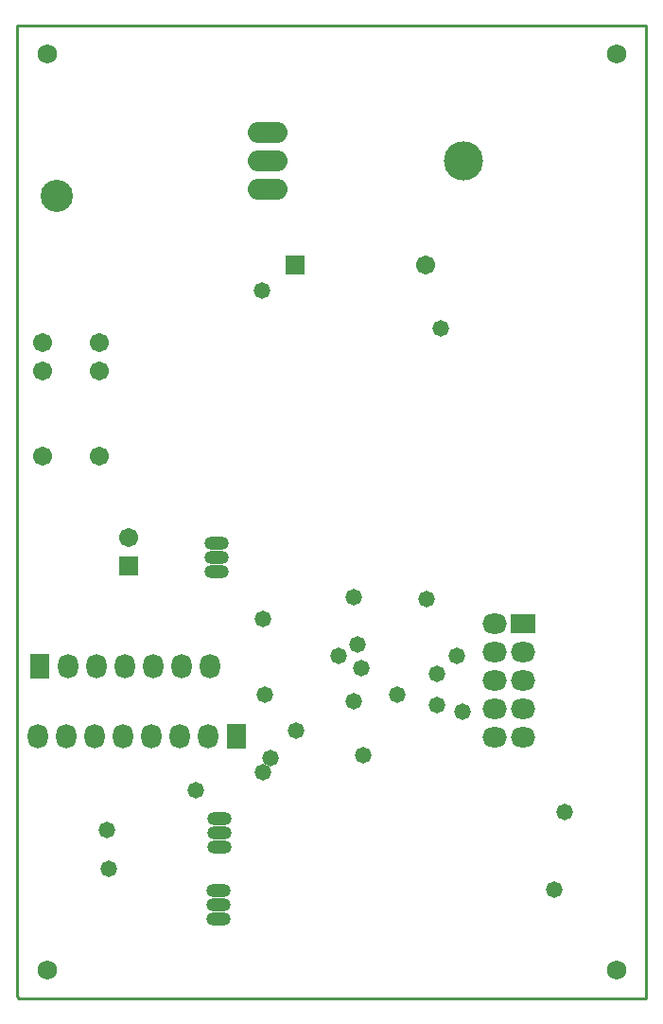
<source format=gbs>
G04*
G04 #@! TF.GenerationSoftware,Altium Limited,Altium Designer,20.0.13 (296)*
G04*
G04 Layer_Color=16711935*
%FSLAX25Y25*%
%MOIN*%
G70*
G01*
G75*
%ADD20C,0.01000*%
%ADD52O,0.08674X0.04737*%
%ADD53O,0.08674X0.04737*%
%ADD54C,0.06800*%
%ADD55R,0.06737X0.06737*%
%ADD56C,0.06737*%
%ADD57C,0.06706*%
%ADD58R,0.06706X0.06706*%
%ADD59O,0.07099X0.08674*%
%ADD60R,0.07099X0.08674*%
%ADD61C,0.11351*%
%ADD62C,0.13800*%
%ADD63O,0.14000X0.07400*%
%ADD64R,0.08674X0.07099*%
%ADD65O,0.08674X0.07099*%
%ADD66C,0.05800*%
D20*
X-0Y-0D02*
X221752D01*
Y-342618D02*
Y-0D01*
X591Y-342618D02*
X221752D01*
X-0Y-342028D02*
X591Y-342618D01*
X-0Y-342028D02*
Y-0D01*
D52*
X71378Y-289236D02*
D03*
Y-284236D02*
D03*
X70878Y-314736D02*
D03*
Y-309736D02*
D03*
X70378Y-192236D02*
D03*
Y-187236D02*
D03*
D53*
X71378Y-279236D02*
D03*
X70878Y-304736D02*
D03*
X70378Y-182236D02*
D03*
D54*
X211221Y-332776D02*
D03*
Y-9941D02*
D03*
X10433D02*
D03*
Y-332776D02*
D03*
D55*
X39378Y-190236D02*
D03*
D56*
Y-180394D02*
D03*
D57*
X143811Y-84236D02*
D03*
X28878Y-151736D02*
D03*
Y-121736D02*
D03*
Y-111736D02*
D03*
X8878Y-151736D02*
D03*
Y-121736D02*
D03*
Y-111736D02*
D03*
D58*
X97945Y-84236D02*
D03*
D59*
X67878Y-225736D02*
D03*
X57878D02*
D03*
X47878D02*
D03*
X37878D02*
D03*
X27878D02*
D03*
X17878D02*
D03*
X67378Y-250236D02*
D03*
X57378D02*
D03*
X47378D02*
D03*
X37378D02*
D03*
X27378D02*
D03*
X17378D02*
D03*
X7378D02*
D03*
D60*
X7878Y-225736D02*
D03*
X77378Y-250236D02*
D03*
D61*
X13984Y-59890D02*
D03*
D62*
X157378Y-47736D02*
D03*
D63*
X88378Y-57736D02*
D03*
Y-47736D02*
D03*
Y-37736D02*
D03*
D64*
X178378Y-210736D02*
D03*
D65*
Y-220736D02*
D03*
Y-230736D02*
D03*
Y-240736D02*
D03*
Y-250736D02*
D03*
X168378Y-210736D02*
D03*
Y-220736D02*
D03*
Y-230736D02*
D03*
Y-240736D02*
D03*
Y-250736D02*
D03*
D66*
X113386Y-222136D02*
D03*
X86614Y-209055D02*
D03*
X86221Y-93307D02*
D03*
X189370Y-304331D02*
D03*
X192913Y-277165D02*
D03*
X118654Y-238109D02*
D03*
X121253Y-226236D02*
D03*
X120043Y-218121D02*
D03*
X118478Y-201236D02*
D03*
X148078Y-228436D02*
D03*
X31578Y-283336D02*
D03*
X32241Y-297098D02*
D03*
X98178Y-248536D02*
D03*
X147978Y-239536D02*
D03*
X157078Y-241636D02*
D03*
X134078Y-235736D02*
D03*
X149178Y-106836D02*
D03*
X121778Y-257210D02*
D03*
X63078Y-269236D02*
D03*
X154778Y-221936D02*
D03*
X144278Y-202136D02*
D03*
X87278Y-235736D02*
D03*
X89278Y-257936D02*
D03*
X86678Y-263036D02*
D03*
M02*

</source>
